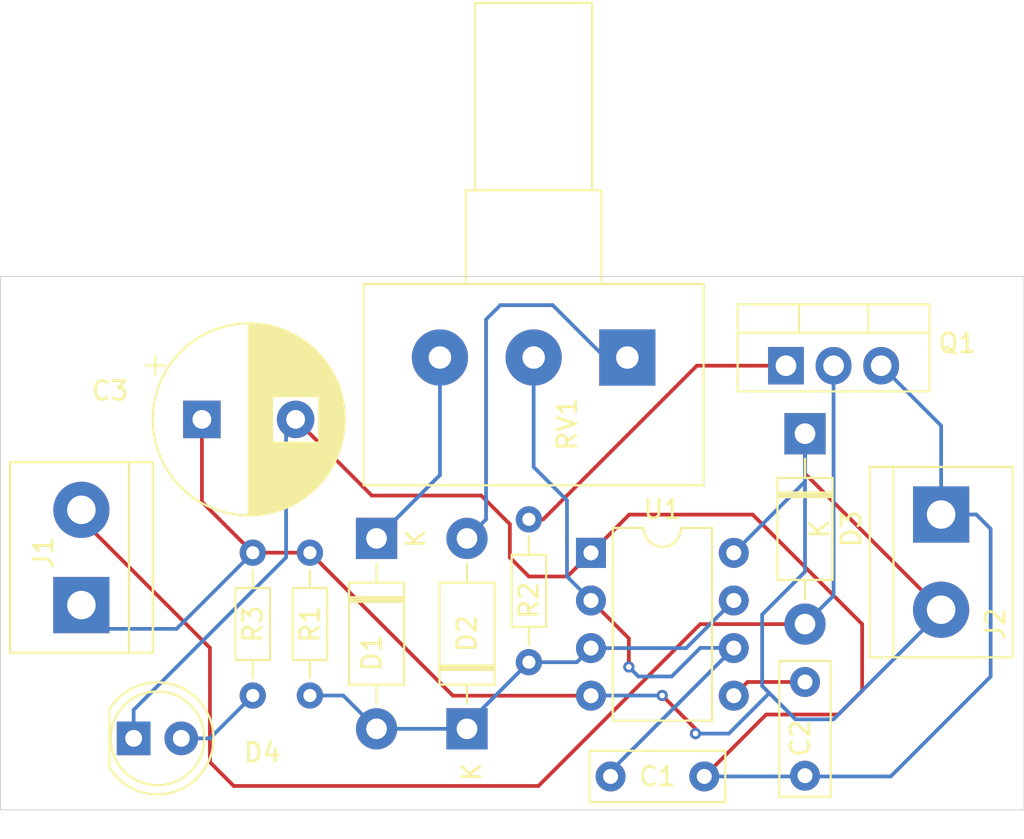
<source format=kicad_pcb>
(kicad_pcb (version 20240108) (generator "pcbnew") (generator_version "8.0")
  (layers (0 "F.Cu" signal) (31 "B.Cu" signal) (34 "B.Paste" user) (35 "F.Paste" user) (36 "B.SilkS" user "B.Silkscreen") (37 "F.SilkS" user "F.Silkscreen") (38 "B.Mask" user) (39 "F.Mask" user) (44 "Edge.Cuts" user))
  (net 0 "")
  (net 1 "Net-(U1-THR)")
  (net 2 "GND")
  (net 3 "Net-(U1-CV)")
  (net 4 "Net-(D3-K)")
  (net 5 "Net-(D1-K)")
  (net 6 "Net-(D1-A)")
  (net 7 "Net-(D2-A)")
  (net 8 "Net-(D3-A)")
  (net 9 "Net-(D4-A)")
  (net 10 "Net-(Q1-B)")
  (footprint "Diode_THT:D_DO-41_SOD81_P10.16mm_Horizontal" (layer "F.Cu") (at 115.824 100.33 -90)
    (property "Reference" "D1" (at 6.096 0.254 90) (layer "F.SilkS"))
    (property "Value" "1N4007")
    (fp_line (start 2.36 1.47) (end 7.8 1.47) (stroke (width 0.12)) (layer "F.SilkS"))
    (fp_line (start 7.8 1.47) (end 7.8 -1.47) (stroke (width 0.12)) (layer "F.SilkS"))
    (fp_line (start 1.34 0) (end 2.36 0) (stroke (width 0.12)) (layer "F.SilkS"))
    (fp_line (start 8.82 0) (end 7.8 0) (stroke (width 0.12)) (layer "F.SilkS"))
    (fp_line (start 2.36 -1.47) (end 2.36 1.47) (stroke (width 0.12)) (layer "F.SilkS"))
    (fp_line (start 3.14 -1.47) (end 3.14 1.47) (stroke (width 0.12)) (layer "F.SilkS"))
    (fp_line (start 3.26 -1.47) (end 3.26 1.47) (stroke (width 0.12)) (layer "F.SilkS"))
    (fp_line (start 3.38 -1.47) (end 3.38 1.47) (stroke (width 0.12)) (layer "F.SilkS"))
    (fp_line (start 7.8 -1.47) (end 2.36 -1.47) (stroke (width 0.12)) (layer "F.SilkS"))
    (fp_text user "K" (at 0 -2.1 90) (layer "F.SilkS"))
    (pad "1" thru_hole rect (at 0 0 270) (size 2.2 2.2) (drill 1.1) (layers "*.Cu" "*.Mask") (net 5 "Net-(D1-K)"))
    (pad "2" thru_hole oval (at 10.16 0 270) (size 2.2 2.2) (drill 1.1) (layers "*.Cu" "*.Mask") (net 6 "Net-(D1-A)"))
  )
  (footprint "LED_THT:LED_D5.0mm" (layer "F.Cu") (at 102.865 110.998)
    (property "Reference" "D4" (at 6.863 0.762 0) (layer "F.SilkS"))
    (property "Value" "LED")
    (fp_line (start -1.29 -1.545) (end -1.29 1.545) (stroke (width 0.12)) (layer "F.SilkS"))
    (fp_arc (start -1.29 -1.54483) (mid 2.072002 -2.880433) (end 4.26 0.000462) (stroke (width 0.12)) (layer "F.SilkS"))
    (fp_arc (start 4.26 -0.000462) (mid 2.072002 2.880433) (end -1.29 1.54483) (stroke (width 0.12)) (layer "F.SilkS"))
    (fp_circle (center 1.27 0) (end 3.77 0) (stroke (width 0.12)) (fill none) (layer "F.SilkS"))
    (pad "1" thru_hole rect (at 0 0) (size 1.8 1.8) (drill 0.9) (layers "*.Cu" "*.Mask") (net 2 "GND"))
    (pad "2" thru_hole circle (at 2.54 0) (size 1.8 1.8) (drill 0.9) (layers "*.Cu" "*.Mask") (net 9 "Net-(D4-A)"))
  )
  (footprint "Capacitor_THT:C_Disc_D7.0mm_W2.5mm_P5.00mm" (layer "F.Cu") (at 128.31 113.03)
    (property "Reference" "C1" (at 2.5 0 0) (layer "F.SilkS"))
    (property "Value" "100nF")
    (fp_line (start -1.12 -1.37) (end -1.12 1.37) (stroke (width 0.12)) (layer "F.SilkS"))
    (fp_line (start -1.12 -1.37) (end 6.12 -1.37) (stroke (width 0.12)) (layer "F.SilkS"))
    (fp_line (start -1.12 1.37) (end 6.12 1.37) (stroke (width 0.12)) (layer "F.SilkS"))
    (fp_line (start 6.12 -1.37) (end 6.12 1.37) (stroke (width 0.12)) (layer "F.SilkS"))
    (pad "1" thru_hole circle (at 0 0) (size 1.6 1.6) (drill 0.8) (layers "*.Cu" "*.Mask") (net 1 "Net-(U1-THR)"))
    (pad "2" thru_hole circle (at 5 0) (size 1.6 1.6) (drill 0.8) (layers "*.Cu" "*.Mask") (net 2 "GND"))
  )
  (footprint "Resistor_THT:R_Axial_DIN0204_L3.6mm_D1.6mm_P7.62mm_Horizontal" (layer "F.Cu") (at 123.952 106.934 90)
    (property "Reference" "R2" (at 3.302 0 90) (layer "F.SilkS"))
    (property "Value" "1k")
    (fp_line (start 5.73 -0.92) (end 1.89 -0.92) (stroke (width 0.12)) (layer "F.SilkS"))
    (fp_line (start 1.89 -0.92) (end 1.89 0.92) (stroke (width 0.12)) (layer "F.SilkS"))
    (fp_line (start 6.68 0) (end 5.73 0) (stroke (width 0.12)) (layer "F.SilkS"))
    (fp_line (start 0.94 0) (end 1.89 0) (stroke (width 0.12)) (layer "F.SilkS"))
    (fp_line (start 5.73 0.92) (end 5.73 -0.92) (stroke (width 0.12)) (layer "F.SilkS"))
    (fp_line (start 1.89 0.92) (end 5.73 0.92) (stroke (width 0.12)) (layer "F.SilkS"))
    (pad "1" thru_hole circle (at 0 0 90) (size 1.4 1.4) (drill 0.7) (layers "*.Cu" "*.Mask") (net 6 "Net-(D1-A)"))
    (pad "2" thru_hole oval (at 7.62 0 90) (size 1.4 1.4) (drill 0.7) (layers "*.Cu" "*.Mask") (net 10 "Net-(Q1-B)"))
  )
  (footprint "TerminalBlock:TerminalBlock_bornier-2_P5.08mm" (layer "F.Cu") (at 100.076 103.886 90)
    (property "Reference" "J1" (at 2.794 -2.032 90) (layer "F.SilkS"))
    (property "Value" "Screw_Terminal_01x02")
    (fp_line (start 7.62 -3.81) (end -2.54 -3.81) (stroke (width 0.12)) (layer "F.SilkS"))
    (fp_line (start -2.54 -3.81) (end -2.54 3.81) (stroke (width 0.12)) (layer "F.SilkS"))
    (fp_line (start 7.62 2.54) (end -2.54 2.54) (stroke (width 0.12)) (layer "F.SilkS"))
    (fp_line (start 7.62 3.81) (end 7.62 -3.81) (stroke (width 0.12)) (layer "F.SilkS"))
    (fp_line (start -2.54 3.81) (end 7.62 3.81) (stroke (width 0.12)) (layer "F.SilkS"))
    (pad "1" thru_hole rect (at 0 0 90) (size 3 3) (drill 1.52) (layers "*.Cu" "*.Mask") (net 4 "Net-(D3-K)"))
    (pad "2" thru_hole circle (at 5.08 0 90) (size 3 3) (drill 1.52) (layers "*.Cu" "*.Mask") (net 8 "Net-(D3-A)"))
  )
  (footprint "TerminalBlock:TerminalBlock_bornier-2_P5.08mm" (layer "F.Cu") (at 145.946 99.055 -90)
    (property "Reference" "J2" (at 5.847 -2.898 90) (layer "F.SilkS"))
    (property "Value" "Screw_Terminal_01x02")
    (fp_line (start -2.54 3.81) (end 7.62 3.81) (stroke (width 0.12)) (layer "F.SilkS"))
    (fp_line (start 7.62 3.81) (end 7.62 -3.81) (stroke (width 0.12)) (layer "F.SilkS"))
    (fp_line (start 7.62 2.54) (end -2.54 2.54) (stroke (width 0.12)) (layer "F.SilkS"))
    (fp_line (start -2.54 -3.81) (end -2.54 3.81) (stroke (width 0.12)) (layer "F.SilkS"))
    (fp_line (start 7.62 -3.81) (end -2.54 -3.81) (stroke (width 0.12)) (layer "F.SilkS"))
    (pad "1" thru_hole rect (at 0 0 270) (size 3 3) (drill 1.52) (layers "*.Cu" "*.Mask") (net 2 "GND"))
    (pad "2" thru_hole circle (at 5.08 0 270) (size 3 3) (drill 1.52) (layers "*.Cu" "*.Mask") (net 4 "Net-(D3-K)"))
  )
  (footprint "Resistor_THT:R_Axial_DIN0204_L3.6mm_D1.6mm_P7.62mm_Horizontal" (layer "F.Cu") (at 109.22 101.092 -90)
    (property "Reference" "R3" (at 3.81 0 90) (layer "F.SilkS"))
    (property "Value" "2.2k")
    (fp_line (start 1.89 0.92) (end 5.73 0.92) (stroke (width 0.12)) (layer "F.SilkS"))
    (fp_line (start 5.73 0.92) (end 5.73 -0.92) (stroke (width 0.12)) (layer "F.SilkS"))
    (fp_line (start 0.94 0) (end 1.89 0) (stroke (width 0.12)) (layer "F.SilkS"))
    (fp_line (start 6.68 0) (end 5.73 0) (stroke (width 0.12)) (layer "F.SilkS"))
    (fp_line (start 1.89 -0.92) (end 1.89 0.92) (stroke (width 0.12)) (layer "F.SilkS"))
    (fp_line (start 5.73 -0.92) (end 1.89 -0.92) (stroke (width 0.12)) (layer "F.SilkS"))
    (pad "1" thru_hole circle (at 0 0 270) (size 1.4 1.4) (drill 0.7) (layers "*.Cu" "*.Mask") (net 4 "Net-(D3-K)"))
    (pad "2" thru_hole oval (at 7.62 0 270) (size 1.4 1.4) (drill 0.7) (layers "*.Cu" "*.Mask") (net 9 "Net-(D4-A)"))
  )
  (footprint "Diode_THT:D_DO-41_SOD81_P10.16mm_Horizontal" (layer "F.Cu") (at 138.684 94.742 -90)
    (property "Reference" "D3" (at 5.08 -2.47 90) (layer "F.SilkS"))
    (property "Value" "1N4007")
    (fp_line (start 2.36 1.47) (end 7.8 1.47) (stroke (width 0.12)) (layer "F.SilkS"))
    (fp_line (start 7.8 1.47) (end 7.8 -1.47) (stroke (width 0.12)) (layer "F.SilkS"))
    (fp_line (start 1.34 0) (end 2.36 0) (stroke (width 0.12)) (layer "F.SilkS"))
    (fp_line (start 8.82 0) (end 7.8 0) (stroke (width 0.12)) (layer "F.SilkS"))
    (fp_line (start 2.36 -1.47) (end 2.36 1.47) (stroke (width 0.12)) (layer "F.SilkS"))
    (fp_line (start 3.14 -1.47) (end 3.14 1.47) (stroke (width 0.12)) (layer "F.SilkS"))
    (fp_line (start 3.26 -1.47) (end 3.26 1.47) (stroke (width 0.12)) (layer "F.SilkS"))
    (fp_line (start 3.38 -1.47) (end 3.38 1.47) (stroke (width 0.12)) (layer "F.SilkS"))
    (fp_line (start 7.8 -1.47) (end 2.36 -1.47) (stroke (width 0.12)) (layer "F.SilkS"))
    (fp_text user "K" (at 5.08 -0.762 90) (layer "F.SilkS"))
    (pad "1" thru_hole rect (at 0 0 270) (size 2.2 2.2) (drill 1.1) (layers "*.Cu" "*.Mask") (net 4 "Net-(D3-K)"))
    (pad "2" thru_hole oval (at 10.16 0 270) (size 2.2 2.2) (drill 1.1) (layers "*.Cu" "*.Mask") (net 8 "Net-(D3-A)"))
  )
  (footprint "Potentiometer_THT:Potentiometer_Alps_RK163_Single_Horizontal" (layer "F.Cu") (at 129.206 90.678 -90)
    (property "Reference" "RV1" (at 3.556 3.222 90) (layer "F.SilkS"))
    (property "Value" "100k")
    (fp_line (start -3.92 14.07) (end -3.92 -4.07) (stroke (width 0.12)) (layer "F.SilkS"))
    (fp_line (start 6.82 14.07) (end -3.92 14.07) (stroke (width 0.12)) (layer "F.SilkS"))
    (fp_line (start 6.82 14.07) (end 6.82 -4.07) (stroke (width 0.12)) (layer "F.SilkS"))
    (fp_line (start -8.92 8.62) (end -8.92 1.38) (stroke (width 0.12)) (layer "F.SilkS"))
    (fp_line (start -3.92 8.62) (end -8.92 8.62) (stroke (width 0.12)) (layer "F.SilkS"))
    (fp_line (start -18.92 8.12) (end -18.92 1.88) (stroke (width 0.12)) (layer "F.SilkS"))
    (fp_line (start -8.92 8.12) (end -18.92 8.12) (stroke (width 0.12)) (layer "F.SilkS"))
    (fp_line (start -8.92 1.88) (end -18.92 1.88) (stroke (width 0.12)) (layer "F.SilkS"))
    (fp_line (start -3.92 1.38) (end -8.92 1.38) (stroke (width 0.12)) (layer "F.SilkS"))
    (fp_line (start 6.82 -4.07) (end -3.92 -4.07) (stroke (width 0.12)) (layer "F.SilkS"))
    (pad "1" thru_hole rect (at 0 0 90) (size 3 3) (drill 1.2) (layers "*.Cu" "*.Mask") (net 7 "Net-(D2-A)"))
    (pad "2" thru_hole circle (at 0 5 90) (size 3 3) (drill 1.2) (layers "*.Cu" "*.Mask") (net 1 "Net-(U1-THR)"))
    (pad "3" thru_hole circle (at 0 10 90) (size 3 3) (drill 1.2) (layers "*.Cu" "*.Mask") (net 5 "Net-(D1-K)"))
  )
  (footprint "Resistor_THT:R_Axial_DIN0204_L3.6mm_D1.6mm_P7.62mm_Horizontal" (layer "F.Cu") (at 112.268 101.092 -90)
    (property "Reference" "R1" (at 3.81 0 90) (layer "F.SilkS"))
    (property "Value" "1k")
    (fp_line (start 1.89 0.92) (end 5.73 0.92) (stroke (width 0.12)) (layer "F.SilkS"))
    (fp_line (start 5.73 0.92) (end 5.73 -0.92) (stroke (width 0.12)) (layer "F.SilkS"))
    (fp_line (start 0.94 0) (end 1.89 0) (stroke (width 0.12)) (layer "F.SilkS"))
    (fp_line (start 6.68 0) (end 5.73 0) (stroke (width 0.12)) (layer "F.SilkS"))
    (fp_line (start 1.89 -0.92) (end 1.89 0.92) (stroke (width 0.12)) (layer "F.SilkS"))
    (fp_line (start 5.73 -0.92) (end 1.89 -0.92) (stroke (width 0.12)) (layer "F.SilkS"))
    (pad "1" thru_hole circle (at 0 0 270) (size 1.4 1.4) (drill 0.7) (layers "*.Cu" "*.Mask") (net 4 "Net-(D3-K)"))
    (pad "2" thru_hole oval (at 7.62 0 270) (size 1.4 1.4) (drill 0.7) (layers "*.Cu" "*.Mask") (net 6 "Net-(D1-A)"))
  )
  (footprint "Package_TO_SOT_THT:TO-220-3_Vertical" (layer "F.Cu") (at 137.668 91.115)
    (property "Reference" "Q1" (at 9.144 -1.199 0) (layer "F.SilkS"))
    (property "Value" "TIP122")
    (fp_line (start -2.58 -3.27) (end -2.58 1.371) (stroke (width 0.12)) (layer "F.SilkS"))
    (fp_line (start -2.58 -3.27) (end 7.66 -3.27) (stroke (width 0.12)) (layer "F.SilkS"))
    (fp_line (start -2.58 -1.76) (end 7.66 -1.76) (stroke (width 0.12)) (layer "F.SilkS"))
    (fp_line (start -2.58 1.371) (end 7.66 1.371) (stroke (width 0.12)) (layer "F.SilkS"))
    (fp_line (start 0.69 -3.27) (end 0.69 -1.76) (stroke (width 0.12)) (layer "F.SilkS"))
    (fp_line (start 4.391 -3.27) (end 4.391 -1.76) (stroke (width 0.12)) (layer "F.SilkS"))
    (fp_line (start 7.66 -3.27) (end 7.66 1.371) (stroke (width 0.12)) (layer "F.SilkS"))
    (pad "1" thru_hole rect (at 0 0) (size 1.905 2) (drill 1.1) (layers "*.Cu" "*.Mask") (net 10 "Net-(Q1-B)"))
    (pad "2" thru_hole oval (at 2.54 0) (size 1.905 2) (drill 1.1) (layers "*.Cu" "*.Mask") (net 8 "Net-(D3-A)"))
    (pad "3" thru_hole oval (at 5.08 0) (size 1.905 2) (drill 1.1) (layers "*.Cu" "*.Mask") (net 2 "GND"))
  )
  (footprint "Capacitor_THT:C_Disc_D7.0mm_W2.5mm_P5.00mm" (layer "F.Cu") (at 138.684 107.99 -90)
    (property "Reference" "C2" (at 3.008 0.254 90) (layer "F.SilkS"))
    (property "Value" "100nF")
    (fp_line (start -1.12 1.37) (end 6.12 1.37) (stroke (width 0.12)) (layer "F.SilkS"))
    (fp_line (start -1.12 -1.37) (end -1.12 1.37) (stroke (width 0.12)) (layer "F.SilkS"))
    (fp_line (start -1.12 -1.37) (end 6.12 -1.37) (stroke (width 0.12)) (layer "F.SilkS"))
    (fp_line (start 6.12 -1.37) (end 6.12 1.37) (stroke (width 0.12)) (layer "F.SilkS"))
    (pad "1" thru_hole circle (at 0 0 270) (size 1.6 1.6) (drill 0.8) (layers "*.Cu" "*.Mask") (net 3 "Net-(U1-CV)"))
    (pad "2" thru_hole circle (at 5 0 270) (size 1.6 1.6) (drill 0.8) (layers "*.Cu" "*.Mask") (net 2 "GND"))
  )
  (footprint "Capacitor_THT:CP_Radial_D10.0mm_P5.00mm" (layer "F.Cu") (at 106.506 93.98)
    (property "Reference" "C3" (at -4.906 -1.524 0) (layer "F.SilkS"))
    (property "Value" "1000uF")
    (fp_line (start -2.979646 -2.875) (end -1.979646 -2.875) (stroke (width 0.12)) (layer "F.SilkS"))
    (fp_line (start -2.479646 -3.375) (end -2.479646 -2.375) (stroke (width 0.12)) (layer "F.SilkS"))
    (fp_line (start 2.5 -5.08) (end 2.5 5.08) (stroke (width 0.12)) (layer "F.SilkS"))
    (fp_line (start 2.54 -5.08) (end 2.54 5.08) (stroke (width 0.12)) (layer "F.SilkS"))
    (fp_line (start 2.58 -5.08) (end 2.58 5.08) (stroke (width 0.12)) (layer "F.SilkS"))
    (fp_line (start 2.62 -5.079) (end 2.62 5.079) (stroke (width 0.12)) (layer "F.SilkS"))
    (fp_line (start 2.66 -5.078) (end 2.66 5.078) (stroke (width 0.12)) (layer "F.SilkS"))
    (fp_line (start 2.7 -5.077) (end 2.7 5.077) (stroke (width 0.12)) (layer "F.SilkS"))
    (fp_line (start 2.74 -5.075) (end 2.74 5.075) (stroke (width 0.12)) (layer "F.SilkS"))
    (fp_line (start 2.78 -5.073) (end 2.78 5.073) (stroke (width 0.12)) (layer "F.SilkS"))
    (fp_line (start 2.82 -5.07) (end 2.82 5.07) (stroke (width 0.12)) (layer "F.SilkS"))
    (fp_line (start 2.86 -5.068) (end 2.86 5.068) (stroke (width 0.12)) (layer "F.SilkS"))
    (fp_line (start 2.9 -5.065) (end 2.9 5.065) (stroke (width 0.12)) (layer "F.SilkS"))
    (fp_line (start 2.94 -5.062) (end 2.94 5.062) (stroke (width 0.12)) (layer "F.SilkS"))
    (fp_line (start 2.98 -5.058) (end 2.98 5.058) (stroke (width 0.12)) (layer "F.SilkS"))
    (fp_line (start 3.02 -5.054) (end 3.02 5.054) (stroke (width 0.12)) (layer "F.SilkS"))
    (fp_line (start 3.06 -5.05) (end 3.06 5.05) (stroke (width 0.12)) (layer "F.SilkS"))
    (fp_line (start 3.1 -5.045) (end 3.1 5.045) (stroke (width 0.12)) (layer "F.SilkS"))
    (fp_line (start 3.14 -5.04) (end 3.14 5.04) (stroke (width 0.12)) (layer "F.SilkS"))
    (fp_line (start 3.18 -5.035) (end 3.18 5.035) (stroke (width 0.12)) (layer "F.SilkS"))
    (fp_line (start 3.221 -5.03) (end 3.221 5.03) (stroke (width 0.12)) (layer "F.SilkS"))
    (fp_line (start 3.261 -5.024) (end 3.261 5.024) (stroke (width 0.12)) (layer "F.SilkS"))
    (fp_line (start 3.301 -5.018) (end 3.301 5.018) (stroke (width 0.12)) (layer "F.SilkS"))
    (fp_line (start 3.341 -5.011) (end 3.341 5.011) (stroke (width 0.12)) (layer "F.SilkS"))
    (fp_line (start 3.381 -5.004) (end 3.381 5.004) (stroke (width 0.12)) (layer "F.SilkS"))
    (fp_line (start 3.421 -4.997) (end 3.421 4.997) (stroke (width 0.12)) (layer "F.SilkS"))
    (fp_line (start 3.461 -4.99) (end 3.461 4.99) (stroke (width 0.12)) (layer "F.SilkS"))
    (fp_line (start 3.501 -4.982) (end 3.501 4.982) (stroke (width 0.12)) (layer "F.SilkS"))
    (fp_line (start 3.541 -4.974) (end 3.541 4.974) (stroke (width 0.12)) (layer "F.SilkS"))
    (fp_line (start 3.581 -4.965) (end 3.581 4.965) (stroke (width 0.12)) (layer "F.SilkS"))
    (fp_line (start 3.621 -4.956) (end 3.621 4.956) (stroke (width 0.12)) (layer "F.SilkS"))
    (fp_line (start 3.661 -4.947) (end 3.661 4.947) (stroke (width 0.12)) (layer "F.SilkS"))
    (fp_line (start 3.701 -4.938) (end 3.701 4.938) (stroke (width 0.12)) (layer "F.SilkS"))
    (fp_line (start 3.741 -4.928) (end 3.741 4.928) (stroke (width 0.12)) (layer "F.SilkS"))
    (fp_line (start 3.781 -4.918) (end 3.781 -1.241) (stroke (width 0.12)) (layer "F.SilkS"))
    (fp_line (start 3.781 1.241) (end 3.781 4.918) (stroke (width 0.12)) (layer "F.SilkS"))
    (fp_line (start 3.821 -4.907) (end 3.821 -1.241) (stroke (width 0.12)) (layer "F.SilkS"))
    (fp_line (start 3.821 1.241) (end 3.821 4.907) (stroke (width 0.12)) (layer "F.SilkS"))
    (fp_line (start 3.861 -4.897) (end 3.861 -1.241) (stroke (width 0.12)) (layer "F.SilkS"))
    (fp_line (start 3.861 1.241) (end 3.861 4.897) (stroke (width 0.12)) (layer "F.SilkS"))
    (fp_line (start 3.901 -4.885) (end 3.901 -1.241) (stroke (width 0.12)) (layer "F.SilkS"))
    (fp_line (start 3.901 1.241) (end 3.901 4.885) (stroke (width 0.12)) (layer "F.SilkS"))
    (fp_line (start 3.941 -4.874) (end 3.941 -1.241) (stroke (width 0.12)) (layer "F.SilkS"))
    (fp_line (start 3.941 1.241) (end 3.941 4.874) (stroke (width 0.12)) (layer "F.SilkS"))
    (fp_line (start 3.981 -4.862) (end 3.981 -1.241) (stroke (width 0.12)) (layer "F.SilkS"))
    (fp_line (start 3.981 1.241) (end 3.981 4.862) (stroke (width 0.12)) (layer "F.SilkS"))
    (fp_line (start 4.021 -4.85) (end 4.021 -1.241) (stroke (width 0.12)) (layer "F.SilkS"))
    (fp_line (start 4.021 1.241) (end 4.021 4.85) (stroke (width 0.12)) (layer "F.SilkS"))
    (fp_line (start 4.061 -4.837) (end 4.061 -1.241) (stroke (width 0.12)) (layer "F.SilkS"))
    (fp_line (start 4.061 1.241) (end 4.061 4.837) (stroke (width 0.12)) (layer "F.SilkS"))
    (fp_line (start 4.101 -4.824) (end 4.101 -1.241) (stroke (width 0.12)) (layer "F.SilkS"))
    (fp_line (start 4.101 1.241) (end 4.101 4.824) (stroke (width 0.12)) (layer "F.SilkS"))
    (fp_line (start 4.141 -4.811) (end 4.141 -1.241) (stroke (width 0.12)) (layer "F.SilkS"))
    (fp_line (start 4.141 1.241) (end 4.141 4.811) (stroke (width 0.12)) (layer "F.SilkS"))
    (fp_line (start 4.181 -4.797) (end 4.181 -1.241) (stroke (width 0.12)) (layer "F.SilkS"))
    (fp_line (start 4.181 1.241) (end 4.181 4.797) (stroke (width 0.12)) (layer "F.SilkS"))
    (fp_line (start 4.221 -4.783) (end 4.221 -1.241) (stroke (width 0.12)) (layer "F.SilkS"))
    (fp_line (start 4.221 1.241) (end 4.221 4.783) (stroke (width 0.12)) (layer "F.SilkS"))
    (fp_line (start 4.261 -4.768) (end 4.261 -1.241) (stroke (width 0.12)) (layer "F.SilkS"))
    (fp_line (start 4.261 1.241) (end 4.261 4.768) (stroke (width 0.12)) (layer "F.SilkS"))
    (fp_line (start 4.301 -4.754) (end 4.301 -1.241) (stroke (width 0.12)) (layer "F.SilkS"))
    (fp_line (start 4.301 1.241) (end 4.301 4.754) (stroke (width 0.12)) (layer "F.SilkS"))
    (fp_line (start 4.341 -4.738) (end 4.341 -1.241) (stroke (width 0.12)) (layer "F.SilkS"))
    (fp_line (start 4.341 1.241) (end 4.341 4.738) (stroke (width 0.12)) (layer "F.SilkS"))
    (fp_line (start 4.381 -4.723) (end 4.381 -1.241) (stroke (width 0.12)) (layer "F.SilkS"))
    (fp_line (start 4.381 1.241) (end 4.381 4.723) (stroke (width 0.12)) (layer "F.SilkS"))
    (fp_line (start 4.421 -4.707) (end 4.421 -1.241) (stroke (width 0.12)) (layer "F.SilkS"))
    (fp_line (start 4.421 1.241) (end 4.421 4.707) (stroke (width 0.12)) (layer "F.SilkS"))
    (fp_line (start 4.461 -4.69) (end 4.461 -1.241) (stroke (width 0.12)) (layer "F.SilkS"))
    (fp_line (start 4.461 1.241) (end 4.461 4.69) (stroke (width 0.12)) (layer "F.SilkS"))
    (fp_line (start 4.501 -4.674) (end 4.501 -1.241) (stroke (width 0.12)) (layer "F.SilkS"))
    (fp_line (start 4.501 1.241) (end 4.501 4.674) (stroke (width 0.12)) (layer "F.SilkS"))
    (fp_line (start 4.541 -4.657) (end 4.541 -1.241) (stroke (width 0.12)) (layer "F.SilkS"))
    (fp_line (start 4.541 1.241) (end 4.541 4.657) (stroke (width 0.12)) (layer "F.SilkS"))
    (fp_line (start 4.581 -4.639) (end 4.581 -1.241) (stroke (width 0.12)) (layer "F.SilkS"))
    (fp_line (start 4.581 1.241) (end 4.581 4.639) (stroke (width 0.12)) (layer "F.SilkS"))
    (fp_line (start 4.621 -4.621) (end 4.621 -1.241) (stroke (width 0.12)) (layer "F.SilkS"))
    (fp_line (start 4.621 1.241) (end 4.621 4.621) (stroke (width 0.12)) (layer "F.SilkS"))
    (fp_line (start 4.661 -4.603) (end 4.661 -1.241) (stroke (width 0.12)) (layer "F.SilkS"))
    (fp_line (start 4.661 1.241) (end 4.661 4.603) (stroke (width 0.12)) (layer "F.SilkS"))
    (fp_line (start 4.701 -4.584) (end 4.701 -1.241) (stroke (width 0.12)) (layer "F.SilkS"))
    (fp_line (start 4.701 1.241) (end 4.701 4.584) (stroke (width 0.12)) (layer "F.SilkS"))
    (fp_line (start 4.741 -4.564) (end 4.741 -1.241) (stroke (width 0.12)) (layer "F.SilkS"))
    (fp_line (start 4.741 1.241) (end 4.741 4.564) (stroke (width 0.12)) (layer "F.SilkS"))
    (fp_line (start 4.781 -4.545) (end 4.781 -1.241) (stroke (width 0.12)) (layer "F.SilkS"))
    (fp_line (start 4.781 1.241) (end 4.781 4.545) (stroke (width 0.12)) (layer "F.SilkS"))
    (fp_line (start 4.821 -4.525) (end 4.821 -1.241) (stroke (width 0.12)) (layer "F.SilkS"))
    (fp_line (start 4.821 1.241) (end 4.821 4.525) (stroke (width 0.12)) (layer "F.SilkS"))
    (fp_line (start 4.861 -4.504) (end 4.861 -1.241) (stroke (width 0.12)) (layer "F.SilkS"))
    (fp_line (start 4.861 1.241) (end 4.861 4.504) (stroke (width 0.12)) (layer "F.SilkS"))
    (fp_line (start 4.901 -4.483) (end 4.901 -1.241) (stroke (width 0.12)) (layer "F.SilkS"))
    (fp_line (start 4.901 1.241) (end 4.901 4.483) (stroke (width 0.12)) (layer "F.SilkS"))
    (fp_line (start 4.941 -4.462) (end 4.941 -1.241) (stroke (width 0.12)) (layer "F.SilkS"))
    (fp_line (start 4.941 1.241) (end 4.941 4.462) (stroke (width 0.12)) (layer "F.SilkS"))
    (fp_line (start 4.981 -4.44) (end 4.981 -1.241) (stroke (width 0.12)) (layer "F.SilkS"))
    (fp_line (start 4.981 1.241) (end 4.981 4.44) (stroke (width 0.12)) (layer "F.SilkS"))
    (fp_line (start 5.021 -4.417) (end 5.021 -1.241) (stroke (width 0.12)) (layer "F.SilkS"))
    (fp_line (start 5.021 1.241) (end 5.021 4.417) (stroke (width 0.12)) (layer "F.SilkS"))
    (fp_line (start 5.061 -4.395) (end 5.061 -1.241) (stroke (width 0.12)) (layer "F.SilkS"))
    (fp_line (start 5.061 1.241) (end 5.061 4.395) (stroke (width 0.12)) (layer "F.SilkS"))
    (fp_line (start 5.101 -4.371) (end 5.101 -1.241) (stroke (width 0.12)) (layer "F.SilkS"))
    (fp_line (start 5.101 1.241) (end 5.101 4.371) (stroke (width 0.12)) (layer "F.SilkS"))
    (fp_line (start 5.141 -4.347) (end 5.141 -1.241) (stroke (width 0.12)) (layer "F.SilkS"))
    (fp_line (start 5.141 1.241) (end 5.141 4.347) (stroke (width 0.12)) (layer "F.SilkS"))
    (fp_line (start 5.181 -4.323) (end 5.181 -1.241) (stroke (width 0.12)) (layer "F.SilkS"))
    (fp_line (start 5.181 1.241) (end 5.181 4.323) (stroke (width 0.12)) (layer "F.SilkS"))
    (fp_line (start 5.221 -4.298) (end 5.221 -1.241) (stroke (width 0.12)) (layer "F.SilkS"))
    (fp_line (start 5.221 1.241) (end 5.221 4.298) (stroke (width 0.12)) (layer "F.SilkS"))
    (fp_line (start 5.261 -4.273) (end 5.261 -1.241) (stroke (width 0.12)) (layer "F.SilkS"))
    (fp_line (start 5.261 1.241) (end 5.261 4.273) (stroke (width 0.12)) (layer "F.SilkS"))
    (fp_line (start 5.301 -4.247) (end 5.301 -1.241) (stroke (width 0.12)) (layer "F.SilkS"))
    (fp_line (start 5.301 1.241) (end 5.301 4.247) (stroke (width 0.12)) (layer "F.SilkS"))
    (fp_line (start 5.341 -4.221) (end 5.341 -1.241) (stroke (width 0.12)) (layer "F.SilkS"))
    (fp_line (start 5.341 1.241) (end 5.341 4.221) (stroke (width 0.12)) (layer "F.SilkS"))
    (fp_line (start 5.381 -4.194) (end 5.381 -1.241) (stroke (width 0.12)) (layer "F.SilkS"))
    (fp_line (start 5.381 1.241) (end 5.381 4.194) (stroke (width 0.12)) (layer "F.SilkS"))
    (fp_line (start 5.421 -4.166) (end 5.421 -1.241) (stroke (width 0.12)) (layer "F.SilkS"))
    (fp_line (start 5.421 1.241) (end 5.421 4.166) (stroke (width 0.12)) (layer "F.SilkS"))
    (fp_line (start 5.461 -4.138) (end 5.461 -1.241) (stroke (width 0.12)) (layer "F.SilkS"))
    (fp_line (start 5.461 1.241) (end 5.461 4.138) (stroke (width 0.12)) (layer "F.SilkS"))
    (fp_line (start 5.501 -4.11) (end 5.501 -1.241) (stroke (width 0.12)) (layer "F.SilkS"))
    (fp_line (start 5.501 1.241) (end 5.501 4.11) (stroke (width 0.12)) (layer "F.SilkS"))
    (fp_line (start 5.541 -4.08) (end 5.541 -1.241) (stroke (width 0.12)) (layer "F.SilkS"))
    (fp_line (start 5.541 1.241) (end 5.541 4.08) (stroke (width 0.12)) (layer "F.SilkS"))
    (fp_line (start 5.581 -4.05) (end 5.581 -1.241) (stroke (width 0.12)) (layer "F.SilkS"))
    (fp_line (start 5.581 1.241) (end 5.581 4.05) (stroke (width 0.12)) (layer "F.SilkS"))
    (fp_line (start 5.621 -4.02) (end 5.621 -1.241) (stroke (width 0.12)) (layer "F.SilkS"))
    (fp_line (start 5.621 1.241) (end 5.621 4.02) (stroke (width 0.12)) (layer "F.SilkS"))
    (fp_line (start 5.661 -3.989) (end 5.661 -1.241) (stroke (width 0.12)) (layer "F.SilkS"))
    (fp_line (start 5.661 1.241) (end 5.661 3.989) (stroke (width 0.12)) (layer "F.SilkS"))
    (fp_line (start 5.701 -3.957) (end 5.701 -1.241) (stroke (width 0.12)) (layer "F.SilkS"))
    (fp_line (start 5.701 1.241) (end 5.701 3.957) (stroke (width 0.12)) (layer "F.SilkS"))
    (fp_line (start 5.741 -3.925) (end 5.741 -1.241) (stroke (width 0.12)) (layer "F.SilkS"))
    (fp_line (start 5.741 1.241) (end 5.741 3.925) (stroke (width 0.12)) (layer "F.SilkS"))
    (fp_line (start 5.781 -3.892) (end 5.781 -1.241) (stroke (width 0.12)) (layer "F.SilkS"))
    (fp_line (start 5.781 1.241) (end 5.781 3.892) (stroke (width 0.12)) (layer "F.SilkS"))
    (fp_line (start 5.821 -3.858) (end 5.821 -1.241) (stroke (width 0.12)) (layer "F.SilkS"))
    (fp_line (start 5.821 1.241) (end 5.821 3.858) (stroke (width 0.12)) (layer "F.SilkS"))
    (fp_line (start 5.861 -3.824) (end 5.861 -1.241) (stroke (width 0.12)) (layer "F.SilkS"))
    (fp_line (start 5.861 1.241) (end 5.861 3.824) (stroke (width 0.12)) (layer "F.SilkS"))
    (fp_line (start 5.901 -3.789) (end 5.901 -1.241) (stroke (width 0.12)) (layer "F.SilkS"))
    (fp_line (start 5.901 1.241) (end 5.901 3.789) (stroke (width 0.12)) (layer "F.SilkS"))
    (fp_line (start 5.941 -3.753) (end 5.941 -1.241) (stroke (width 0.12)) (layer "F.SilkS"))
    (fp_line (start 5.941 1.241) (end 5.941 3.753) (stroke (width 0.12)) (layer "F.SilkS"))
    (fp_line (start 5.981 -3.716) (end 5.981 -1.241) (stroke (width 0.12)) (layer "F.SilkS"))
    (fp_line (start 5.981 1.241) (end 5.981 3.716) (stroke (width 0.12)) (layer "F.SilkS"))
    (fp_line (start 6.021 -3.679) (end 6.021 -1.241) (stroke (width 0.12)) (layer "F.SilkS"))
    (fp_line (start 6.021 1.241) (end 6.021 3.679) (stroke (width 0.12)) (layer "F.SilkS"))
    (fp_line (start 6.061 -3.64) (end 6.061 -1.241) (stroke (width 0.12)) (layer "F.SilkS"))
    (fp_line (start 6.061 1.241) (end 6.061 3.64) (stroke (width 0.12)) (layer "F.SilkS"))
    (fp_line (start 6.101 -3.601) (end 6.101 -1.241) (stroke (width 0.12)) (layer "F.SilkS"))
    (fp_line (start 6.101 1.241) (end 6.101 3.601) (stroke (width 0.12)) (layer "F.SilkS"))
    (fp_line (start 6.141 -3.561) (end 6.141 -1.241) (stroke (width 0.12)) (layer "F.SilkS"))
    (fp_line (start 6.141 1.241) (end 6.141 3.561) (stroke (width 0.12)) (layer "F.SilkS"))
    (fp_line (start 6.181 -3.52) (end 6.181 -1.241) (stroke (width 0.12)) (layer "F.SilkS"))
    (fp_line (start 6.181 1.241) (end 6.181 3.52) (stroke (width 0.12)) (layer "F.SilkS"))
    (fp_line (start 6.221 -3.478) (end 6.221 -1.241) (stroke (width 0.12)) (layer "F.SilkS"))
    (fp_line (start 6.221 1.241) (end 6.221 3.478) (stroke (width 0.12)) (layer "F.SilkS"))
    (fp_line (start 6.261 -3.436) (end 6.261 3.436) (stroke (width 0.12)) (layer "F.SilkS"))
    (fp_line (start 6.301 -3.392) (end 6.301 3.392) (stroke (width 0.12)) (layer "F.SilkS"))
    (fp_line (start 6.341 -3.347) (end 6.341 3.347) (stroke (width 0.12)) (layer "F.SilkS"))
    (fp_line (start 6.381 -3.301) (end 6.381 3.301) (stroke (width 0.12)) (layer "F.SilkS"))
    (fp_line (start 6.421 -3.254) (end 6.421 3.254) (stroke (width 0.12)) (layer "F.SilkS"))
    (fp_line (start 6.461 -3.206) (end 6.461 3.206) (stroke (width 0.12)) (layer "F.SilkS"))
    (fp_line (start 6.501 -3.156) (end 6.501 3.156) (stroke (width 0.12)) (layer "F.SilkS"))
    (fp_line (start 6.541 -3.106) (end 6.541 3.106) (stroke (width 0.12)) (layer "F.SilkS"))
    (fp_line (start 6.581 -3.054) (end 6.581 3.054) (stroke (width 0.12)) (layer "F.SilkS"))
    (fp_line (start 6.621 -3) (end 6.621 3) (stroke (width 0.12)) (layer "F.SilkS"))
    (fp_line (start 6.661 -2.945) (end 6.661 2.945) (stroke (width 0.12)) (layer "F.SilkS"))
    (fp_line (start 6.701 -2.889) (end 6.701 2.889) (stroke (width 0.12)) (layer "F.SilkS"))
    (fp_line (start 6.741 -2.83) (end 6.741 2.83) (stroke (width 0.12)) (layer "F.SilkS"))
    (fp_line (start 6.781 -2.77) (end 6.781 2.77) (stroke (width 0.12)) (layer "F.SilkS"))
    (fp_line (start 6.821 -2.709) (end 6.821 2.709) (stroke (width 0.12)) (layer "F.SilkS"))
    (fp_line (start 6.861 -2.645) (end 6.861 2.645) (stroke (width 0.12)) (layer "F.SilkS"))
    (fp_line (start 6.901 -2.579) (end 6.901 2.579) (stroke (width 0.12)) (layer "F.SilkS"))
    (fp_line (start 6.941 -2.51) (end 6.941 2.51) (stroke (width 0.12)) (layer "F.SilkS"))
    (fp_line (start 6.981 -2.439) (end 6.981 2.439) (stroke (width 0.12)) (layer "F.SilkS"))
    (fp_line (start 7.021 -2.365) (end 7.021 2.365) (stroke (width 0.12)) (layer "F.SilkS"))
    (fp_line (start 7.061 -2.289) (end 7.061 2.289) (stroke (width 0.12)) (layer "F.SilkS"))
    (fp_line (start 7.101 -2.209) (end 7.101 2.209) (stroke (width 0.12)) (layer "F.SilkS"))
    (fp_line (start 7.141 -2.125) (end 7.141 2.125) (stroke (width 0.12)) (layer "F.SilkS"))
    (fp_line (start 7.181 -2.037) (end 7.181 2.037) (stroke (width 0.12)) (layer "F.SilkS"))
    (fp_line (start 7.221 -1.944) (end 7.221 1.944) (stroke (width 0.12)) (layer "F.SilkS"))
    (fp_line (start 7.261 -1.846) (end 7.261 1.846) (stroke (width 0.12)) (layer "F.SilkS"))
    (fp_line (start 7.301 -1.742) (end 7.301 1.742) (stroke (width 0.12)) (layer "F.SilkS"))
    (fp_line (start 7.341 -1.63) (end 7.341 1.63) (stroke (width 0.12)) (layer "F.SilkS"))
    (fp_line (start 7.381 -1.51) (end 7.381 1.51) (stroke (width 0.12)) (layer "F.SilkS"))
    (fp_line (start 7.421 -1.378) (end 7.421 1.378) (stroke (width 0.12)) (layer "F.SilkS"))
    (fp_line (start 7.461 -1.23) (end 7.461 1.23) (stroke (width 0.12)) (layer "F.SilkS"))
    (fp_line (start 7.501 -1.062) (end 7.501 1.062) (stroke (width 0.12)) (layer "F.SilkS"))
    (fp_line (start 7.541 -0.862) (end 7.541 0.862) (stroke (width 0.12)) (layer "F.SilkS"))
    (fp_line (start 7.581 -0.599) (end 7.581 0.599) (stroke (width 0.12)) (layer "F.SilkS"))
    (fp_circle (center 2.5 0) (end 7.62 0) (stroke (width 0.12)) (fill none) (layer "F.SilkS"))
    (pad "1" thru_hole rect (at 0 0) (size 2 2) (drill 1) (layers "*.Cu" "*.Mask") (net 4 "Net-(D3-K)"))
    (pad "2" thru_hole circle (at 5 0) (size 2 2) (drill 1) (layers "*.Cu" "*.Mask") (net 2 "GND"))
  )
  (footprint "Diode_THT:D_DO-41_SOD81_P10.16mm_Horizontal" (layer "F.Cu") (at 120.65 110.49 90)
    (property "Reference" "D2" (at 5.08 0 90) (layer "F.SilkS"))
    (property "Value" "1N4007")
    (fp_line (start 7.8 -1.47) (end 2.36 -1.47) (stroke (width 0.12)) (layer "F.SilkS"))
    (fp_line (start 3.38 -1.47) (end 3.38 1.47) (stroke (width 0.12)) (layer "F.SilkS"))
    (fp_line (start 3.26 -1.47) (end 3.26 1.47) (stroke (width 0.12)) (layer "F.SilkS"))
    (fp_line (start 3.14 -1.47) (end 3.14 1.47) (stroke (width 0.12)) (layer "F.SilkS"))
    (fp_line (start 2.36 -1.47) (end 2.36 1.47) (stroke (width 0.12)) (layer "F.SilkS"))
    (fp_line (start 8.82 0) (end 7.8 0) (stroke (width 0.12)) (layer "F.SilkS"))
    (fp_line (start 1.34 0) (end 2.36 0) (stroke (width 0.12)) (layer "F.SilkS"))
    (fp_line (start 7.8 1.47) (end 7.8 -1.47) (stroke (width 0.12)) (layer "F.SilkS"))
    (fp_line (start 2.36 1.47) (end 7.8 1.47) (stroke (width 0.12)) (layer "F.SilkS"))
    (fp_text user "K" (at -2.286 0.254 90) (layer "F.SilkS"))
    (pad "1" thru_hole rect (at 0 0 90) (size 2.2 2.2) (drill 1.1) (layers "*.Cu" "*.Mask") (net 6 "Net-(D1-A)"))
    (pad "2" thru_hole oval (at 10.16 0 90) (size 2.2 2.2) (drill 1.1) (layers "*.Cu" "*.Mask") (net 7 "Net-(D2-A)"))
  )
  (footprint "Package_DIP:DIP-8_W7.62mm" (layer "F.Cu") (at 127.264 101.102)
    (property "Reference" "U1" (at 3.81 -2.33 0) (layer "F.SilkS"))
    (property "Value" "NE555P")
    (fp_line (start 1.16 -1.33) (end 1.16 8.95) (stroke (width 0.12)) (layer "F.SilkS"))
    (fp_line (start 1.16 8.95) (end 6.46 8.95) (stroke (width 0.12)) (layer "F.SilkS"))
    (fp_line (start 2.81 -1.33) (end 1.16 -1.33) (stroke (width 0.12)) (layer "F.SilkS"))
    (fp_line (start 6.46 -1.33) (end 4.81 -1.33) (stroke (width 0.12)) (layer "F.SilkS"))
    (fp_line (start 6.46 8.95) (end 6.46 -1.33) (stroke (width 0.12)) (layer "F.SilkS"))
    (fp_arc (start 4.81 -1.33) (mid 3.81 -0.33) (end 2.81 -1.33) (stroke (width 0.12)) (layer "F.SilkS"))
    (pad "1" thru_hole rect (at 0 0) (size 1.6 1.6) (drill 0.8) (layers "*.Cu" "*.Mask") (net 2 "GND"))
    (pad "2" thru_hole oval (at 0 2.54) (size 1.6 1.6) (drill 0.8) (layers "*.Cu" "*.Mask") (net 1 "Net-(U1-THR)"))
    (pad "3" thru_hole oval (at 0 5.08) (size 1.6 1.6) (drill 0.8) (layers "*.Cu" "*.Mask") (net 6 "Net-(D1-A)"))
    (pad "4" thru_hole oval (at 0 7.62) (size 1.6 1.6) (drill 0.8) (layers "*.Cu" "*.Mask") (net 4 "Net-(D3-K)"))
    (pad "5" thru_hole oval (at 7.62 7.62) (size 1.6 1.6) (drill 0.8) (layers "*.Cu" "*.Mask") (net 3 "Net-(U1-CV)"))
    (pad "6" thru_hole oval (at 7.62 5.08) (size 1.6 1.6) (drill 0.8) (layers "*.Cu" "*.Mask") (net 1 "Net-(U1-THR)"))
    (pad "7" thru_hole oval (at 7.62 2.54) (size 1.6 1.6) (drill 0.8) (layers "*.Cu" "*.Mask") (net 6 "Net-(D1-A)"))
    (pad "8" thru_hole oval (at 7.62 0) (size 1.6 1.6) (drill 0.8) (layers "*.Cu" "*.Mask") (net 4 "Net-(D3-K)"))
  )
  (gr_rect (start 95.758 86.36) (end 150.368 114.808) (stroke (width 0.05)) (fill none) (layer "Edge.Cuts"))
  (segment (start 127.264 103.642) (end 129.286 105.664) (width 0.2) (layer "F.Cu") (net 1))
  (segment (start 129.286 105.664) (end 129.286 107.188) (width 0.2) (layer "F.Cu") (net 1))
  (via (at 129.286 107.188) (size 0.6) (drill 0.3) (layers "F.Cu" "B.Cu") (net 1))
  (segment (start 129.794 107.696) (end 129.286 107.188) (width 0.2) (layer "B.Cu") (net 1))
  (segment (start 131.572 107.696) (end 129.794 107.696) (width 0.2) (layer "B.Cu") (net 1))
  (segment (start 125.984 102.362) (end 127.264 103.642) (width 0.2) (layer "B.Cu") (net 1))
  (segment (start 128.31 112.756) (end 134.884 106.182) (width 0.2) (layer "B.Cu") (net 1))
  (segment (start 133.096 106.172) (end 131.572 107.696) (width 0.2) (layer "B.Cu") (net 1))
  (segment (start 134.884 106.182) (end 134.874 106.172) (width 0.2) (layer "B.Cu") (net 1))
  (segment (start 128.31 113.03) (end 128.31 112.756) (width 0.2) (layer "B.Cu") (net 1))
  (segment (start 134.874 106.172) (end 133.096 106.172) (width 0.2) (layer "B.Cu") (net 1))
  (segment (start 124.206 96.52) (end 125.984 98.298) (width 0.2) (layer "B.Cu") (net 1))
  (segment (start 125.984 98.298) (end 125.984 102.362) (width 0.2) (layer "B.Cu") (net 1))
  (segment (start 124.206 90.678) (end 124.206 96.52) (width 0.2) (layer "B.Cu") (net 1))
  (segment (start 122.936 101.346) (end 123.952 102.362) (width 0.2) (layer "F.Cu") (net 2))
  (segment (start 111.506 93.98) (end 115.57 98.044) (width 0.2) (layer "F.Cu") (net 2))
  (segment (start 123.952 102.362) (end 126.004 102.362) (width 0.2) (layer "F.Cu") (net 2))
  (segment (start 135.89 99.06) (end 129.306 99.06) (width 0.2) (layer "F.Cu") (net 2))
  (segment (start 126.004 102.362) (end 127.264 101.102) (width 0.2) (layer "F.Cu") (net 2))
  (segment (start 121.412 98.044) (end 122.936 99.568) (width 0.2) (layer "F.Cu") (net 2))
  (segment (start 133.31 113.03) (end 136.612 109.728) (width 0.2) (layer "F.Cu") (net 2))
  (segment (start 115.57 98.044) (end 121.412 98.044) (width 0.2) (layer "F.Cu") (net 2))
  (segment (start 129.306 99.06) (end 127.264 101.102) (width 0.2) (layer "F.Cu") (net 2))
  (segment (start 136.612 109.728) (end 140.462 109.728) (width 0.2) (layer "F.Cu") (net 2))
  (segment (start 140.462 109.728) (end 141.732 108.458) (width 0.2) (layer "F.Cu") (net 2))
  (segment (start 141.732 104.902) (end 135.89 99.06) (width 0.2) (layer "F.Cu") (net 2))
  (segment (start 141.732 108.458) (end 141.732 104.902) (width 0.2) (layer "F.Cu") (net 2))
  (segment (start 122.936 99.568) (end 122.936 101.346) (width 0.2) (layer "F.Cu") (net 2))
  (segment (start 147.823 99.055) (end 145.946 99.055) (width 0.2) (layer "B.Cu") (net 2))
  (segment (start 133.31 113.03) (end 143.256 113.03) (width 0.2) (layer "B.Cu") (net 2))
  (segment (start 110.998 94.488) (end 111.506 93.98) (width 0.2) (layer "B.Cu") (net 2))
  (segment (start 110.998 101.346) (end 110.998 94.488) (width 0.2) (layer "B.Cu") (net 2))
  (segment (start 145.946 94.313) (end 145.946 99.055) (width 0.2) (layer "B.Cu") (net 2))
  (segment (start 148.59 107.696) (end 148.59 99.822) (width 0.2) (layer "B.Cu") (net 2))
  (segment (start 102.865 109.479) (end 110.998 101.346) (width 0.2) (layer "B.Cu") (net 2))
  (segment (start 143.256 113.03) (end 148.59 107.696) (width 0.2) (layer "B.Cu") (net 2))
  (segment (start 142.748 91.115) (end 145.946 94.313) (width 0.2) (layer "B.Cu") (net 2))
  (segment (start 148.59 99.822) (end 147.823 99.055) (width 0.2) (layer "B.Cu") (net 2))
  (segment (start 102.865 110.998) (end 102.865 109.479) (width 0.2) (layer "B.Cu") (net 2))
  (segment (start 135.616 107.99) (end 134.884 108.722) (width 0.2) (layer "F.Cu") (net 3))
  (segment (start 138.684 107.99) (end 135.616 107.99) (width 0.2) (layer "F.Cu") (net 3))
  (segment (start 112.268 101.092) (end 119.898 108.722) (width 0.2) (layer "F.Cu") (net 4))
  (segment (start 131.064 108.712) (end 132.842 110.49) (width 0.2) (layer "F.Cu") (net 4))
  (segment (start 138.684 96.873) (end 138.684 94.742) (width 0.2) (layer "F.Cu") (net 4))
  (segment (start 132.842 110.49) (end 132.842 110.744) (width 0.2) (layer "F.Cu") (net 4))
  (segment (start 106.506 93.98) (end 106.506 98.378) (width 0.2) (layer "F.Cu") (net 4))
  (segment (start 109.22 101.092) (end 112.268 101.092) (width 0.2) (layer "F.Cu") (net 4))
  (segment (start 106.506 98.378) (end 109.22 101.092) (width 0.2) (layer "F.Cu") (net 4))
  (segment (start 119.898 108.722) (end 127.264 108.722) (width 0.2) (layer "F.Cu") (net 4))
  (segment (start 145.946 104.135) (end 138.684 96.873) (width 0.2) (layer "F.Cu") (net 4))
  (via (at 132.842 110.744) (size 0.6) (drill 0.3) (layers "F.Cu" "B.Cu") (net 4))
  (via (at 131.064 108.712) (size 0.6) (drill 0.3) (layers "F.Cu" "B.Cu") (net 4))
  (segment (start 138.684 97.302) (end 134.884 101.102) (width 0.2) (layer "B.Cu") (net 4))
  (segment (start 136.398 104.394) (end 136.398 108.204) (width 0.2) (layer "B.Cu") (net 4))
  (segment (start 134.62 110.744) (end 136.779 108.585) (width 0.2) (layer "B.Cu") (net 4))
  (segment (start 105.156 105.156) (end 101.346 105.156) (width 0.2) (layer "B.Cu") (net 4))
  (segment (start 127.274 108.712) (end 131.064 108.712) (width 0.2) (layer "B.Cu") (net 4))
  (segment (start 138.176 109.982) (end 140.208 109.982) (width 0.2) (layer "B.Cu") (net 4))
  (segment (start 136.398 108.204) (end 136.779 108.585) (width 0.2) (layer "B.Cu") (net 4))
  (segment (start 136.779 108.585) (end 138.176 109.982) (width 0.2) (layer "B.Cu") (net 4))
  (segment (start 138.684 94.742) (end 138.684 97.302) (width 0.2) (layer "B.Cu") (net 4))
  (segment (start 101.346 105.156) (end 100.076 103.886) (width 0.2) (layer "B.Cu") (net 4))
  (segment (start 140.208 109.982) (end 145.946 104.244) (width 0.2) (layer "B.Cu") (net 4))
  (segment (start 138.684 94.742) (end 138.684 102.108) (width 0.2) (layer "B.Cu") (net 4))
  (segment (start 127.264 108.722) (end 127.274 108.712) (width 0.2) (layer "B.Cu") (net 4))
  (segment (start 109.22 101.092) (end 105.156 105.156) (width 0.2) (layer "B.Cu") (net 4))
  (segment (start 132.842 110.744) (end 134.62 110.744) (width 0.2) (layer "B.Cu") (net 4))
  (segment (start 138.684 102.108) (end 136.398 104.394) (width 0.2) (layer "B.Cu") (net 4))
  (segment (start 119.206 96.948) (end 115.824 100.33) (width 0.2) (layer "B.Cu") (net 5))
  (segment (start 119.206 90.678) (end 119.206 96.948) (width 0.2) (layer "B.Cu") (net 5))
  (segment (start 120.65 110.236) (end 123.952 106.934) (width 0.2) (layer "B.Cu") (net 6))
  (segment (start 120.65 110.49) (end 115.824 110.49) (width 0.2) (layer "B.Cu") (net 6))
  (segment (start 127.264 106.182) (end 132.344 106.182) (width 0.2) (layer "B.Cu") (net 6))
  (segment (start 120.65 110.49) (end 120.65 110.236) (width 0.2) (layer "B.Cu") (net 6))
  (segment (start 123.952 106.934) (end 126.512 106.934) (width 0.2) (layer "B.Cu") (net 6))
  (segment (start 126.512 106.934) (end 127.264 106.182) (width 0.2) (layer "B.Cu") (net 6))
  (segment (start 132.344 106.182) (end 134.884 103.642) (width 0.2) (layer "B.Cu") (net 6))
  (segment (start 114.046 108.712) (end 112.268 108.712) (width 0.2) (layer "B.Cu") (net 6))
  (segment (start 115.824 110.49) (end 114.046 108.712) (width 0.2) (layer "B.Cu") (net 6))
  (segment (start 125.222 87.884) (end 122.428 87.884) (width 0.2) (layer "B.Cu") (net 7))
  (segment (start 121.666 99.314) (end 120.65 100.33) (width 0.2) (layer "B.Cu") (net 7))
  (segment (start 121.666 88.646) (end 121.666 99.314) (width 0.2) (layer "B.Cu") (net 7))
  (segment (start 129.206 90.678) (end 128.016 90.678) (width 0.2) (layer "B.Cu") (net 7))
  (segment (start 128.016 90.678) (end 125.222 87.884) (width 0.2) (layer "B.Cu") (net 7))
  (segment (start 122.428 87.884) (end 121.666 88.646) (width 0.2) (layer "B.Cu") (net 7))
  (segment (start 106.934 106.172) (end 100.076 99.314) (width 0.2) (layer "F.Cu") (net 8))
  (segment (start 106.934 112.268) (end 106.934 106.172) (width 0.2) (layer "F.Cu") (net 8))
  (segment (start 133.096 104.902) (end 124.46 113.538) (width 0.2) (layer "F.Cu") (net 8))
  (segment (start 108.204 113.538) (end 106.934 112.268) (width 0.2) (layer "F.Cu") (net 8))
  (segment (start 124.46 113.538) (end 108.204 113.538) (width 0.2) (layer "F.Cu") (net 8))
  (segment (start 138.684 104.902) (end 133.096 104.902) (width 0.2) (layer "F.Cu") (net 8))
  (segment (start 100.076 99.314) (end 100.076 98.806) (width 0.2) (layer "F.Cu") (net 8))
  (segment (start 140.208 91.115) (end 140.208 103.378) (width 0.2) (layer "B.Cu") (net 8))
  (segment (start 140.208 103.378) (end 138.684 104.902) (width 0.2) (layer "B.Cu") (net 8))
  (segment (start 106.934 110.998) (end 109.22 108.712) (width 0.2) (layer "B.Cu") (net 9))
  (segment (start 105.405 110.998) (end 106.934 110.998) (width 0.2) (layer "B.Cu") (net 9))
  (segment (start 124.714 99.314) (end 123.952 99.314) (width 0.2) (layer "F.Cu") (net 10))
  (segment (start 132.913 91.115) (end 124.714 99.314) (width 0.2) (layer "F.Cu") (net 10))
  (segment (start 137.668 91.115) (end 132.913 91.115) (width 0.2) (layer "F.Cu") (net 10))
)
</source>
